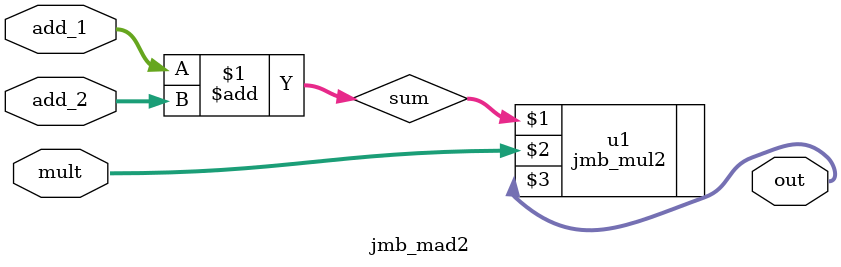
<source format=v>
/*
* File:     jmb_mad2.v
* Author:   Jared Bold
* Date:     10.4.14
* Description:
*   2 adder, 1 multiply multiplier adder unit
*
*  --------------------
*  |add_1             |
*  |add_2         out |
*  |mult              |
*  --------------------
*/

`include "jmb_mul2.v"

module jmb_mad2(
  add_1,
  add_2,
  mult,
  out
);

// Inputs
input wire [15:0] add_1;
input wire [15:0] add_2;
input wire [15:0] mult;

// Output
output wire [31:0] out;

// Internal Wires
wire [15:0] sum;

// Assigns
assign sum = add_1 + add_2;

// Modules
jmb_mul2 u1(sum, mult, out);

endmodule

</source>
